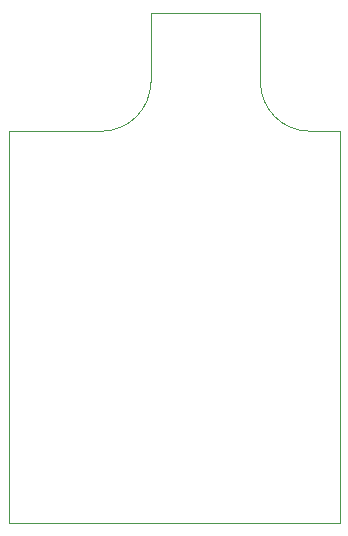
<source format=gbr>
%TF.GenerationSoftware,KiCad,Pcbnew,7.0.9*%
%TF.CreationDate,2024-09-29T22:30:58+03:00*%
%TF.ProjectId,LED-HeadBand,4c45442d-4865-4616-9442-616e642e6b69,rev?*%
%TF.SameCoordinates,Original*%
%TF.FileFunction,Profile,NP*%
%FSLAX46Y46*%
G04 Gerber Fmt 4.6, Leading zero omitted, Abs format (unit mm)*
G04 Created by KiCad (PCBNEW 7.0.9) date 2024-09-29 22:30:58*
%MOMM*%
%LPD*%
G01*
G04 APERTURE LIST*
%TA.AperFunction,Profile*%
%ADD10C,0.100000*%
%TD*%
G04 APERTURE END LIST*
D10*
X145288000Y-15367000D02*
X136017000Y-15367000D01*
X145288000Y-15367000D02*
X145288000Y-21209000D01*
X136017000Y-21209000D02*
X136017000Y-15367000D01*
X131826000Y-25400000D02*
X124000000Y-25400000D01*
X149479000Y-25400000D02*
X152000000Y-25400000D01*
X145288000Y-21209000D02*
G75*
G03*
X149479000Y-25400000I4191000J0D01*
G01*
X131826000Y-25400000D02*
G75*
G03*
X136017000Y-21209000I0J4191000D01*
G01*
X124000000Y-58539000D02*
X124000000Y-25400000D01*
X152000000Y-58539000D02*
X124000000Y-58539000D01*
X152000000Y-25400000D02*
X152000000Y-58539000D01*
M02*

</source>
